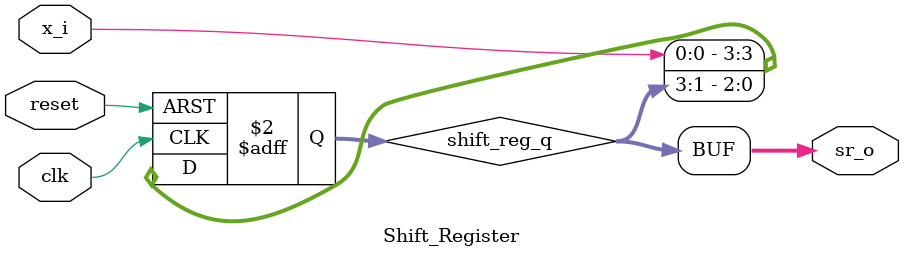
<source format=sv>
module Shift_Register (
    input logic clk,
    input logic reset,
    input logic x_i,
    output logic [3:0] sr_o
);

    logic [3:0] shift_reg_q;

    always_ff @(posedge clk or posedge reset) begin
        if (reset) begin
            shift_reg_q <= 4'b0;
        end else begin
            shift_reg_q <= {x_i, shift_reg_q[3:1]};
        end
    end

    assign sr_o = shift_reg_q;

endmodule
</source>
